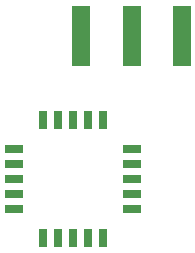
<source format=gbp>
G04 #@! TF.GenerationSoftware,KiCad,Pcbnew,7.0.7*
G04 #@! TF.CreationDate,2023-10-13T16:37:57+02:00*
G04 #@! TF.ProjectId,ithowifi_4l,6974686f-7769-4666-995f-346c2e6b6963,rev?*
G04 #@! TF.SameCoordinates,Original*
G04 #@! TF.FileFunction,Paste,Bot*
G04 #@! TF.FilePolarity,Positive*
%FSLAX46Y46*%
G04 Gerber Fmt 4.6, Leading zero omitted, Abs format (unit mm)*
G04 Created by KiCad (PCBNEW 7.0.7) date 2023-10-13 16:37:57*
%MOMM*%
%LPD*%
G01*
G04 APERTURE LIST*
%ADD10R,1.500000X5.080000*%
%ADD11R,0.800000X1.500000*%
%ADD12R,1.500000X0.800000*%
G04 APERTURE END LIST*
D10*
X107100000Y-107848400D03*
X102850000Y-107848400D03*
X111350000Y-107848400D03*
D11*
X99560000Y-114950000D03*
X100829990Y-114950000D03*
X102100000Y-114950000D03*
X103370000Y-114950000D03*
X104640000Y-114950000D03*
D12*
X107100000Y-117410000D03*
X107100000Y-118679990D03*
X107100000Y-119950000D03*
X107100000Y-121220000D03*
X107100000Y-122490000D03*
D11*
X104640000Y-124950000D03*
X103370000Y-124950000D03*
X102100000Y-124950000D03*
X100829990Y-124950000D03*
X99560000Y-124950000D03*
D12*
X97100000Y-122490000D03*
X97100000Y-121220000D03*
X97100000Y-119950000D03*
X97100000Y-118679990D03*
X97100000Y-117410000D03*
M02*

</source>
